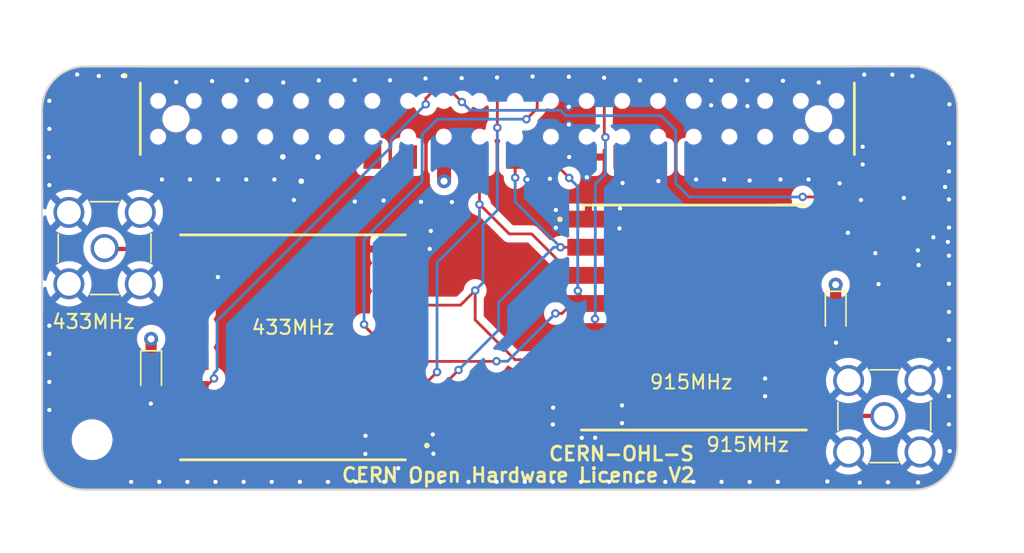
<source format=kicad_pcb>
(kicad_pcb (version 20240108) (generator "pcbnew") (generator_version "8.0")
  (layers (0 "F.Cu" signal) (1 "In1.Cu" signal) (2 "In2.Cu" signal) (31 "B.Cu" signal) (34 "B.Paste" user) (35 "F.Paste" user) (36 "B.SilkS" user "B.Silkscreen") (37 "F.SilkS" user "F.Silkscreen") (38 "B.Mask" user) (39 "F.Mask" user) (44 "Edge.Cuts" user))
  (net 0 "")
  (net 1 "5v2RPi")
  (net 2 "GND")
  (net 3 "ANT433")
  (net 4 "3v3")
  (net 5 "MOSI")
  (net 6 "MISO")
  (net 7 "SLCK")
  (net 8 "CS0")
  (net 9 "RST")
  (net 10 "INTER")
  (net 11 "CS1")
  (net 12 "ANT915")
  (footprint "library-kicad:RFM69HCW" (layer "F.Cu") (at 149.2 96.38 180)
    (property "Reference" "REF**" (hide yes))
    (property "Value" "RFM69HCW")
    (fp_line (start 8 8) (end -8 8) (stroke (width 0.2032)) (layer "F.SilkS"))
    (fp_line (start -8 -8) (end 8 -8) (stroke (width 0.2032)) (layer "F.SilkS"))
    (fp_circle (center -9.525 -6.985) (end -9.425 -6.985) (stroke (width 0.2)) (fill none) (layer "F.SilkS"))
    (pad "" smd rect (at -7.5 -7 180) (size 3 1.2) (layers "F.Cu" "F.Paste" "F.Mask") (net 2 "GND"))
    (pad "" smd rect (at -7.5 -5 180) (size 3 1.2) (layers "F.Cu" "F.Paste" "F.Mask") (net 6 "MISO"))
    (pad "" smd rect (at -7.5 -3 180) (size 3 1.2) (layers "F.Cu" "F.Paste" "F.Mask") (net 5 "MOSI"))
    (pad "" smd rect (at -7.5 -1 180) (size 3 1.2) (layers "F.Cu" "F.Paste" "F.Mask") (net 7 "SLCK"))
    (pad "" smd rect (at -7.5 3 180) (size 3 1.2) (layers "F.Cu" "F.Paste" "F.Mask") (net 9 "RST"))
    (pad "" smd rect (at -7.5 7 180) (size 3 1.2) (layers "F.Cu" "F.Paste" "F.Mask") (net 2 "GND"))
    (pad "" smd rect (at 7.5 -1 180) (size 3 1.2) (layers "F.Cu" "F.Paste" "F.Mask") (net 4 "3v3"))
    (pad "" smd rect (at 7.5 5 180) (size 3 1.2) (layers "F.Cu" "F.Paste" "F.Mask") (net 2 "GND"))
    (pad "" smd rect (at 7.5 7 180) (size 3 1.2) (layers "F.Cu" "F.Paste" "F.Mask") (net 3 "ANT433"))
    (pad "DIO0" smd rect (at 7.5 -3 180) (size 3 1.2) (layers "F.Cu" "F.Paste" "F.Mask") (net 10 "INTER"))
    (pad "DIO1" smd rect (at 7.5 -5 180) (size 3 1.2) (layers "F.Cu" "F.Paste" "F.Mask"))
    (pad "DIO2" smd rect (at 7.5 -7 180) (size 3 1.2) (layers "F.Cu" "F.Paste" "F.Mask"))
    (pad "DIO3" smd rect (at 7.5 3 180) (size 3 1.2) (layers "F.Cu" "F.Paste" "F.Mask"))
    (pad "DIO4" smd rect (at 7.5 1 180) (size 3 1.2) (layers "F.Cu" "F.Paste" "F.Mask"))
    (pad "DIO5" smd rect (at -7.5 5 180) (size 3 1.2) (layers "F.Cu" "F.Paste" "F.Mask"))
    (pad "NSS" smd rect (at -7.5 1 180) (size 3 1.2) (layers "F.Cu" "F.Paste" "F.Mask") (net 8 "CS0"))
  )
  (footprint "Fiducial:Fiducial_1mm_Mask2mm" (layer "F.Cu") (at 133.59 98.75 90)
    (property "Reference" "FID1" (hide yes))
    (property "Value" "Fiducial_1mm_Mask2mm" (hide yes))
    (pad "" smd circle (at 0 0 90) (size 1 1) (layers "F.Cu" "F.Mask") (clearance 0.5))
  )
  (footprint "Fiducial:Fiducial_1mm_Mask2mm" (layer "F.Cu") (at 194.24 78.63 90)
    (property "Reference" "FID4" (hide yes))
    (property "Value" "Fiducial_1mm_Mask2mm" (hide yes))
    (pad "" smd circle (at 0 0 90) (size 1 1) (layers "F.Cu" "F.Mask") (clearance 0.5))
  )
  (footprint "digikey-footprints:RPi_SMD" (layer "F.Cu") (at 163.26 92.155 90)
    (property "Reference" "REF**" (hide yes))
    (property "Value" "RPi_SMD" (hide yes))
    (fp_line (start 14.575 -24.92) (end 9.495 -24.92) (stroke (width 0.2)) (layer "F.SilkS"))
    (fp_line (start 14.575 25.88) (end 9.495 25.88) (stroke (width 0.2)) (layer "F.SilkS"))
    (fp_circle (center 15.1 -26.03) (end 15.1 -26.13) (stroke (width 0.2)) (fill none) (layer "F.SilkS"))
    (fp_line (start 12.705 -31.91) (end -7.855 -31.91) (stroke (width 0.12)) (layer "Edge.Cuts"))
    (fp_line (start -7.855 -31.91) (end -11.295 -31.91) (stroke (width 0.12)) (layer "Edge.Cuts"))
    (fp_line (start 15.765 -28.85) (end 15.765 30.15) (stroke (width 0.12)) (layer "Edge.Cuts"))
    (fp_line (start -14.355 -28.85) (end -14.355 26.46) (stroke (width 0.12)) (layer "Edge.Cuts"))
    (fp_line (start -14.355 26.46) (end -14.355 30.15) (stroke (width 0.12)) (layer "Edge.Cuts"))
    (fp_line (start 12.705 33.21) (end -11.295 33.21) (stroke (width 0.12)) (layer "Edge.Cuts"))
    (fp_arc (start 12.705 -31.91) (mid 14.868747 -31.013747) (end 15.765 -28.85) (stroke (width 0.12)) (layer "Edge.Cuts"))
    (fp_arc (start -14.355 -28.85) (mid -13.458747 -31.013747) (end -11.295 -31.91) (stroke (width 0.12)) (layer "Edge.Cuts"))
    (fp_arc (start 15.765 30.15) (mid 14.868747 32.313747) (end 12.705 33.21) (stroke (width 0.12)) (layer "Edge.Cuts"))
    (fp_arc (start -11.295 33.21) (mid -13.458747 32.313747) (end -14.355 30.15) (stroke (width 0.12)) (layer "Edge.Cuts"))
    (pad "" np_thru_hole circle (at -10.795 -28.35) (size 2.75 2.75) (drill 2.75) (layers "*.Cu" "*.Mask"))
    (pad "" smd rect (at 9.315 -3.33 180) (size 1.27 1.68) (layers "F.Cu" "F.Paste" "F.Mask") (net 4 "3v3"))
    (pad "" smd rect (at 9.315 -0.79 180) (size 1.27 1.68) (layers "F.Cu" "F.Paste" "F.Mask") (net 5 "MOSI"))
    (pad "" smd rect (at 9.315 1.75 180) (size 1.27 1.68) (layers "F.Cu" "F.Paste" "F.Mask") (net 6 "MISO"))
    (pad "" smd rect (at 9.315 4.29 180) (size 1.27 1.68) (layers "F.Cu" "F.Paste" "F.Mask") (net 7 "SLCK"))
    (pad "" np_thru_hole circle (at 10.765 -23.65 180) (size 0.97 0.97) (drill 0.97) (layers "*.Cu" "*.Mask"))
    (pad "" np_thru_hole circle (at 10.765 -21.11 180) (size 0.97 0.97) (drill 0.97) (layers "*.Cu" "*.Mask"))
    (pad "" np_thru_hole circle (at 10.765 -18.57 180) (size 0.97 0.97) (drill 0.97) (layers "*.Cu" "*.Mask"))
    (pad "" np_thru_hole circle (at 10.765 -16.03 180) (size 0.97 0.97) (drill 0.97) (layers "*.Cu" "*.Mask"))
    (pad "" np_thru_hole circle (at 10.765 -13.49 180) (size 0.97 0.97) (drill 0.97) (layers "*.Cu" "*.Mask"))
    (pad "" np_thru_hole circle (at 10.765 -10.95 180) (size 0.97 0.97) (drill 0.97) (layers "*.Cu" "*.Mask"))
    (pad "" np_thru_hole circle (at 10.765 -8.41 180) (size 0.97 0.97) (drill 0.97) (layers "*.Cu" "*.Mask"))
    (pad "" np_thru_hole circle (at 10.765 -5.87 180) (size 0.97 0.97) (drill 0.97) (layers "*.Cu" "*.Mask"))
    (pad "" np_thru_hole circle (at 10.765 -3.33 180) (size 0.97 0.97) (drill 0.97) (layers "*.Cu" "*.Mask"))
    (pad "" np_thru_hole circle (at 10.765 -0.79 180) (size 0.97 0.97) (drill 0.97) (layers "*.Cu" "*.Mask"))
    (pad "" np_thru_hole circle (at 10.765 1.75 180) (size 0.97 0.97) (drill 0.97) (layers "*.Cu" "*.Mask"))
    (pad "" np_thru_hole circle (at 10.765 4.29 180) (size 0.97 0.97) (drill 0.97) (layers "*.Cu" "*.Mask"))
    (pad "" np_thru_hole circle (at 10.765 6.83 180) (size 0.97 0.97) (drill 0.97) (layers "*.Cu" "*.Mask"))
    (pad "" np_thru_hole circle (at 10.765 9.37 180) (size 0.97 0.97) (drill 0.97) (layers "*.Cu" "*.Mask"))
    (pad "" np_thru_hole circle (at 10.765 11.91 180) (size 0.97 0.97) (drill 0.97) (layers "*.Cu" "*.Mask"))
    (pad "" np_thru_hole circle (at 10.765 14.45 180) (size 0.97 0.97) (drill 0.97) (layers "*.Cu" "*.Mask"))
    (pad "" np_thru_hole circle (at 10.765 16.99 180) (size 0.97 0.97) (drill 0.97) (layers "*.Cu" "*.Mask"))
    (pad "" np_thru_hole circle (at 10.765 19.53 180) (size 0.97 0.97) (drill 0.97) (layers "*.Cu" "*.Mask"))
    (pad "" np_thru_hole circle (at 10.765 22.07 180) (size 0.97 0.97) (drill 0.97) (layers "*.Cu" "*.Mask"))
    (pad "" np_thru_hole circle (at 10.765 24.61 180) (size 0.97 0.97) (drill 0.97) (layers "*.Cu" "*.Mask"))
    (pad "" np_thru_hole circle (at 12.035 -22.38 180) (size 1.78 1.78) (drill 1.78) (layers "*.Cu" "*.Mask"))
    (pad "" np_thru_hole circle (at 12.035 23.34 180) (size 1.78 1.78) (drill 1.78) (layers "*.Cu" "*.Mask"))
    (pad "" np_thru_hole circle (at 13.305 -23.65 180) (size 0.97 0.97) (drill 0.97) (layers "*.Cu" "*.Mask"))
    (pad "" np_thru_hole circle (at 13.305 -21.11 180) (size 0.97 0.97) (drill 0.97) (layers "*.Cu" "*.Mask"))
    (pad "" np_thru_hole circle (at 13.305 -18.57 180) (size 0.97 0.97) (drill 0.97) (layers "*.Cu" "*.Mask"))
    (pad "" np_thru_hole circle (at 13.305 -16.03 180) (size 0.97 0.97) (drill 0.97) (layers "*.Cu" "*.Mask"))
    (pad "" np_thru_hole circle (at 13.305 -13.49 180) (size 0.97 0.97) (drill 0.97) (layers "*.Cu" "*.Mask"))
    (pad "" np_thru_hole circle (at 13.305 -10.95 180) (size 0.97 0.97) (drill 0.97) (layers "*.Cu" "*.Mask"))
    (pad "" np_thru_hole circle (at 13.305 -8.41 180) (size 0.97 0.97) (drill 0.97) (layers "*.Cu" "*.Mask"))
    (pad "" np_thru_hole circle (at 13.305 -5.87 180) (size 0.97 0.97) (drill 0.97) (layers "*.Cu" "*.Mask"))
    (pad "" np_thru_hole circle (at 13.305 -3.33 180) (size 0.97 0.97) (drill 0.97) (layers "*.Cu" "*.Mask"))
    (pad "" np_thru_hole circle (at 13.305 -0.79 180) (size 0.97 0.97) (drill 0.97) (layers "*.Cu" "*.Mask"))
    (pad "" np_thru_hole circle (at 13.305 1.75 180) (size 0.97 0.97) (drill 0.97) (layers "*.Cu" "*.Mask"))
    (pad "" np_thru_hole circle (at 13.305 4.29 180) (size 0.97 0.97) (drill 0.97) (layers "*.Cu" "*.Mask"))
    (pad "" np_thru_hole circle (at 13.305 6.83 180) (size 0.97 0.97) (drill 0.97) (layers "*.Cu" "*.Mask"))
    (pad "" np_thru_hole circle (at 13.305 9.37 180) (size 0.97 0.97) (drill 0.97) (layers "*.Cu" "*.Mask"))
    (pad "" np_thru_hole circle (at 13.305 11.91 180) (size 0.97 0.97) (drill 0.97) (layers "*.Cu" "*.Mask"))
    (pad "" np_thru_hole circle (at 13.305 14.45 180) (size 0.97 0.97) (drill 0.97) (layers "*.Cu" "*.Mask"))
    (pad "" np_thru_hole circle (at 13.305 16.99 180) (size 0.97 0.97) (drill 0.97) (layers "*.Cu" "*.Mask"))
    (pad "" np_thru_hole circle (at 13.305 19.53 180) (size 0.97 0.97) (drill 0.97) (layers "*.Cu" "*.Mask"))
    (pad "" np_thru_hole circle (at 13.305 22.07 180) (size 0.97 0.97) (drill 0.97) (layers "*.Cu" "*.Mask"))
    (pad "" np_thru_hole circle (at 13.305 24.61 180) (size 0.97 0.97) (drill 0.97) (layers "*.Cu" "*.Mask"))
    (pad "01" smd rect (at 14.755 -23.65 180) (size 1.27 1.68) (layers "F.Cu" "F.Paste" "F.Mask") (net 1 "5v2RPi"))
    (pad "03" smd rect (at 14.755 -21.11 180) (size 1.27 1.68) (layers "F.Cu" "F.Paste" "F.Mask") (net 1 "5v2RPi"))
    (pad "3v3" smd rect (at 9.315 -23.65 180) (size 1.27 1.68) (layers "F.Cu" "F.Paste" "F.Mask"))
    (pad "04" smd rect (at 9.315 -21.11 180) (size 1.27 1.68) (layers "F.Cu" "F.Paste" "F.Mask"))
    (pad "06" smd rect (at 9.315 -18.57 180) (size 1.27 1.68) (layers "F.Cu" "F.Paste" "F.Mask"))
    (pad "07" smd rect (at 14.755 -16.03 180) (size 1.27 1.68) (layers "F.Cu" "F.Paste" "F.Mask"))
    (pad "08" smd rect (at 9.315 -16.03 180) (size 1.27 1.68) (layers "F.Cu" "F.Paste" "F.Mask"))
    (pad "09" smd rect (at 14.755 -13.49 180) (size 1.27 1.68) (layers "F.Cu" "F.Paste" "F.Mask"))
    (pad "11" smd rect (at 14.755 -10.95 180) (size 1.27 1.68) (layers "F.Cu" "F.Paste" "F.Mask"))
    (pad "14" smd rect (at 9.315 -8.41 180) (size 1.27 1.68) (layers "F.Cu" "F.Paste" "F.Mask"))
    (pad "15" smd rect (at 14.755 -5.87 180) (size 1.27 1.68) (layers "F.Cu" "F.Paste" "F.Mask"))
    (pad "16" smd rect (at 9.315 -5.87 180) (size 1.27 1.68) (layers "F.Cu" "F.Paste" "F.Mask"))
    (pad "24" smd rect (at 14.755 -3.33 180) (size 1.27 1.68) (layers "F.Cu" "F.Paste" "F.Mask") (net 10 "INTER"))
    (pad "25" smd rect (at 14.755 6.83 180) (size 1.27 1.68) (layers "F.Cu" "F.Paste" "F.Mask") (net 11 "CS1"))
    (pad "27" smd rect (at 14.755 9.37 180) (size 1.27 1.68) (layers "F.Cu" "F.Paste" "F.Mask"))
    (pad "28" smd rect (at 9.315 9.37 180) (size 1.27 1.68) (layers "F.Cu" "F.Paste" "F.Mask"))
    (pad "30" smd rect (at 9.315 11.91 180) (size 1.27 1.68) (layers "F.Cu" "F.Paste" "F.Mask"))
    (pad "31" smd rect (at 14.755 14.45 180) (size 1.27 1.68) (layers "F.Cu" "F.Paste" "F.Mask"))
    (pad "32" smd rect (at 9.315 14.45 180) (size 1.27 1.68) (layers "F.Cu" "F.Paste" "F.Mask"))
    (pad "34" smd rect (at 9.315 16.99 180) (size 1.27 1.68) (layers "F.Cu" "F.Paste" "F.Mask"))
    (pad "35" smd rect (at 14.755 19.53 180) (size 1.27 1.68) (layers "F.Cu" "F.Paste" "F.Mask"))
    (pad "36" smd rect (at 9.315 19.53 180) (size 1.27 1.68) (layers "F.Cu" "F.Paste" "F.Mask"))
    (pad "37" smd rect (at 14.755 22.07 180) (size 1.27 1.68) (layers "F.Cu" "F.Paste" "F.Mask"))
    (pad "38" smd rect (at 9.315 22.07 180) (size 1.27 1.68) (layers "F.Cu" "F.Paste" "F.Mask"))
    (pad "39" smd rect (at 14.755 24.61 180) (size 1.27 1.68) (layers "F.Cu" "F.Paste" "F.Mask"))
    (pad "GND" smd rect (at 9.315 -13.49 180) (size 1.27 1.68) (layers "F.Cu" "F.Paste" "F.Mask") (net 2 "GND"))
    (pad "GND" smd rect (at 9.315 6.83 180) (size 1.27 1.68) (layers "F.Cu" "F.Paste" "F.Mask") (net 2 "GND"))
    (pad "GND" smd rect (at 9.315 24.61 180) (size 1.27 1.68) (layers "F.Cu" "F.Paste" "F.Mask") (net 2 "GND"))
    (pad "GND" smd rect (at 14.755 -18.57 180) (size 1.27 1.68) (layers "F.Cu" "F.Paste" "F.Mask") (net 2 "GND"))
    (pad "GND" smd rect (at 14.755 -8.41 180) (size 1.27 1.68) (layers "F.Cu" "F.Paste" "F.Mask") (net 2 "GND"))
    (pad "GND" smd rect (at 14.755 -0.79 180) (size 1.27 1.68) (layers "F.Cu" "F.Paste" "F.Mask") (net 2 "GND"))
    (pad "GND" smd rect (at 14.755 11.91 180) (size 1.27 1.68) (layers "F.Cu" "F.Paste" "F.Mask") (net 2 "GND"))
    (pad "GND" smd rect (at 14.755 16.99 180) (size 1.27 1.68) (layers "F.Cu" "F.Paste" "F.Mask") (net 2 "GND"))
    (pad "GPIO8" smd rect (at 14.755 4.29 180) (size 1.27 1.68) (layers "F.Cu" "F.Paste" "F.Mask") (net 8 "CS0"))
    (pad "GPIO17" smd rect (at 9.315 -10.95 180) (size 1.27 1.68) (layers "F.Cu" "F.Paste" "F.Mask"))
    (pad "GPIO25" smd rect (at 14.755 1.75 180) (size 1.27 1.68) (layers "F.Cu" "F.Paste" "F.Mask") (net 9 "RST"))
  )
  (footprint "Fiducial:Fiducial_1mm_Mask2mm" (layer "F.Cu") (at 133.4 78.53 90)
    (property "Reference" "FID2" (hide yes))
    (property "Value" "Fiducial_1mm_Mask2mm" (hide yes))
    (pad "" smd circle (at 0 0 90) (size 1 1) (layers "F.Cu" "F.Mask") (clearance 0.5))
  )
  (footprint "Connectors:SMA_THT_Jack_Straight" (layer "F.Cu") (at 135.8 89.32)
    (property "Reference" "REF**" (hide yes))
    (property "Value" "SMA_THT_Jack_Straight" (hide yes))
    (fp_line (start -3.3 -1) (end -3.3 1) (stroke (width 0.12)) (layer "F.SilkS"))
    (fp_line (start -1 -3.3) (end 1 -3.3) (stroke (width 0.12)) (layer "F.SilkS"))
    (fp_line (start -1 3.3) (end 1 3.3) (stroke (width 0.12)) (layer "F.SilkS"))
    (fp_line (start 3.3 -1) (end 3.3 1) (stroke (width 0.12)) (layer "F.SilkS"))
    (pad "" thru_hole circle (at 0 0) (size 2 2) (drill 1.5) (layers "*.Cu" "*.Mask") (net 3 "ANT433"))
    (pad "" thru_hole circle (at 2.54 2.54) (size 2.2 2.2) (drill 1.7) (layers "*.Cu" "*.Mask") (net 2 "GND"))
    (pad "2" thru_hole circle (at -2.54 -2.54) (size 2.2 2.2) (drill 1.7) (layers "*.Cu" "*.Mask") (net 2 "GND"))
    (pad "2" thru_hole circle (at -2.54 2.54) (size 2.2 2.2) (drill 1.7) (layers "*.Cu" "*.Mask") (net 2 "GND"))
    (pad "2" thru_hole circle (at 2.54 -2.54) (size 2.2 2.2) (drill 1.7) (layers "*.Cu" "*.Mask") (net 2 "GND"))
  )
  (footprint "LOGO" (layer "F.Cu") (at 192.66 89.29)
    (property "Reference" "G***" (hide yes))
    (property "Value" "LOGO" (hide yes))
  )
  (footprint "Fiducial:Fiducial_1mm_Mask2mm" (layer "F.Cu") (at 185.61 104.94 90)
    (property "Reference" "FID5" (hide yes))
    (property "Value" "Fiducial_1mm_Mask2mm" (hide yes))
    (pad "" smd circle (at 0 0 90) (size 1 1) (layers "F.Cu" "F.Mask") (clearance 0.5))
  )
  (footprint "library-kicad:RFM69HCW" (layer "F.Cu") (at 177.72 94.26)
    (property "Reference" "REF**" (hide yes))
    (property "Value" "RFM69HCW")
    (fp_line (start -8 -8) (end 8 -8) (stroke (width 0.2032)) (layer "F.SilkS"))
    (fp_line (start 8 8) (end -8 8) (stroke (width 0.2032)) (layer "F.SilkS"))
    (fp_circle (center -9.525 -6.985) (end -9.425 -6.985) (stroke (width 0.2)) (fill none) (layer "F.SilkS"))
    (pad "" smd rect (at -7.5 -7) (size 3 1.2) (layers "F.Cu" "F.Paste" "F.Mask") (net 2 "GND"))
    (pad "" smd rect (at -7.5 -5) (size 3 1.2) (layers "F.Cu" "F.Paste" "F.Mask") (net 6 "MISO"))
    (pad "" smd rect (at -7.5 -3) (size 3 1.2) (layers "F.Cu" "F.Paste" "F.Mask") (net 5 "MOSI"))
    (pad "" smd rect (at -7.5 -1) (size 3 1.2) (layers "F.Cu" "F.Paste" "F.Mask") (net 7 "SLCK"))
    (pad "" smd rect (at -7.5 3) (size 3 1.2) (layers "F.Cu" "F.Paste" "F.Mask") (net 9 "RST"))
    (pad "" smd rect (at -7.5 7) (size 3 1.2) (layers "F.Cu" "F.Paste" "F.Mask") (net 2 "GND"))
    (pad "" smd rect (at 7.5 -1) (size 3 1.2) (layers "F.Cu" "F.Paste" "F.Mask") (net 4 "3v3"))
    (pad "" smd rect (at 7.5 5) (size 3 1.2) (layers "F.Cu" "F.Paste" "F.Mask") (net 2 "GND"))
    (pad "" smd rect (at 7.5 7) (size 3 1.2) (layers "F.Cu" "F.Paste" "F.Mask") (net 12 "ANT915"))
    (pad "DIO0" smd rect (at 7.5 -3) (size 3 1.2) (layers "F.Cu" "F.Paste" "F.Mask") (net 10 "INTER"))
    (pad "DIO1" smd rect (at 7.5 -5) (size 3 1.2) (layers "F.Cu" "F.Paste" "F.Mask"))
    (pad "DIO2" smd rect (at 7.5 -7) (size 3 1.2) (layers "F.Cu" "F.Paste" "F.Mask"))
    (pad "DIO3" smd rect (at 7.5 3) (size 3 1.2) (layers "F.Cu" "F.Paste" "F.Mask"))
    (pad "DIO4" smd rect (at 7.5 1) (size 3 1.2) (layers "F.Cu" "F.Paste" "F.Mask"))
    (pad "DIO5" smd rect (at -7.5 5) (size 3 1.2) (layers "F.Cu" "F.Paste" "F.Mask"))
    (pad "NSS" smd rect (at -7.5 1) (size 3 1.2) (layers "F.Cu" "F.Paste" "F.Mask") (net 11 "CS1"))
  )
  (footprint "Connectors:SMA_THT_Jack_Straight" (layer "F.Cu") (at 191.27 101.28 180)
    (property "Reference" "REF**" (hide yes))
    (property "Value" "SMA_THT_Jack_Straight" (hide yes))
    (fp_line (start 3.3 -1) (end 3.3 1) (stroke (width 0.12)) (layer "F.SilkS"))
    (fp_line (start -1 3.3) (end 1 3.3) (stroke (width 0.12)) (layer "F.SilkS"))
    (fp_line (start -1 -3.3) (end 1 -3.3) (stroke (width 0.12)) (layer "F.SilkS"))
    (fp_line (start -3.3 -1) (end -3.3 1) (stroke (width 0.12)) (layer "F.SilkS"))
    (pad "" thru_hole circle (at 0 0 180) (size 2 2) (drill 1.5) (layers "*.Cu" "*.Mask") (net 12 "ANT915"))
    (pad "" thru_hole circle (at 2.54 2.54 180) (size 2.2 2.2) (drill 1.7) (layers "*.Cu" "*.Mask") (net 2 "GND"))
    (pad "2" thru_hole circle (at -2.54 -2.54 180) (size 2.2 2.2) (drill 1.7) (layers "*.Cu" "*.Mask") (net 2 "GND"))
    (pad "2" thru_hole circle (at -2.54 2.54 180) (size 2.2 2.2) (drill 1.7) (layers "*.Cu" "*.Mask") (net 2 "GND"))
    (pad "2" thru_hole circle (at 2.54 -2.54 180) (size 2.2 2.2) (drill 1.7) (layers "*.Cu" "*.Mask") (net 2 "GND"))
  )
  (footprint "LED_SMD:LED_0603_1608Metric_Pad1.05x0.95mm_HandSolder" (layer "F.Cu") (at 187.81 94.0525 -90)
    (property "Reference" "D1" (hide yes))
    (property "Value" "" (hide yes))
    (fp_line (start -1.66 0.735) (end 0.8 0.735) (stroke (width 0.12)) (layer "F.SilkS"))
    (fp_line (start -1.66 -0.735) (end -1.66 0.735) (stroke (width 0.12)) (layer "F.SilkS"))
    (fp_line (start 0.8 -0.735) (end -1.66 -0.735) (stroke (width 0.12)) (layer "F.SilkS"))
    (pad "" smd roundrect (at 0.875 0 270) (size 1.05 0.95) (layers "F.Cu" "F.Paste" "F.Mask") (net 2 "GND"))
    (pad "1" smd roundrect (at -0.875 0 270) (size 1.05 0.95) (layers "F.Cu" "F.Paste" "F.Mask") (net 4 "3v3"))
  )
  (footprint "LED_SMD:LED_0603_1608Metric_Pad1.05x0.95mm_HandSolder" (layer "F.Cu") (at 139.11 98.285 -90)
    (property "Reference" "D1" (hide yes))
    (property "Value" "" (hide yes))
    (fp_line (start -1.66 0.735) (end 0.8 0.735) (stroke (width 0.12)) (layer "F.SilkS"))
    (fp_line (start -1.66 -0.735) (end -1.66 0.735) (stroke (width 0.12)) (layer "F.SilkS"))
    (fp_line (start 0.8 -0.735) (end -1.66 -0.735) (stroke (width 0.12)) (layer "F.SilkS"))
    (pad "" smd roundrect (at 0.875 0 270) (size 1.05 0.95) (layers "F.Cu" "F.Paste" "F.Mask") (net 2 "GND"))
    (pad "1" smd roundrect (at -0.875 0 270) (size 1.05 0.95) (layers "F.Cu" "F.Paste" "F.Mask") (net 4 "3v3"))
  )
  (gr_text "CERN Open Hardware Licence V2" (at 152.57 106.06 0) (layer "F.SilkS") (effects (font (size 1 1) (thickness 0.2) (bold yes)) (justify left bottom)))
  (gr_text "CERN-OHL-S" (at 167.3 104.54 0) (layer "F.SilkS") (effects (font (size 1 1) (thickness 0.2) (bold yes)) (justify left bottom)))
  (gr_text "915MHz" (at 177.53 98.85 0) (layer "F.SilkS") (effects (font (size 1.003244 1.003244))))
  (gr_text "433MHz" (at 149.21 94.96 0) (layer "F.SilkS") (effects (font (size 1.003244 1.003244))))
  (gr_text "433MHz" (at 135.01 94.55 0) (layer "F.SilkS") (effects (font (size 1.003244 1.003244))))
  (gr_text "915MHz" (at 181.55 103.3 0) (layer "F.SilkS") (effects (font (size 1.003244 1.003244))))
  (segment (start 143.45 77.44) (end 143.49 77.4) (width 0.2) (layer "F.Cu") (net 2))
  (segment (start 185.22 99.26) (end 183.45 99.26) (width 0.2) (layer "F.Cu") (net 2))
  (segment (start 170.22 87.26) (end 168.7 87.26) (width 0.2) (layer "F.Cu") (net 2))
  (segment (start 193.15 99.26) (end 193.69 98.72) (width 0.3) (layer "F.Cu") (net 2))
  (segment (start 139.11 99.16) (end 139.11 100.365) (width 0.4) (layer "F.Cu") (net 2))
  (segment (start 187.83 96.05) (end 187.83 94.9475) (width 0.2) (layer "F.Cu") (net 2))
  (segment (start 158.93 89.38) (end 156.7 89.38) (width 0.6) (layer "F.Cu") (net 2))
  (segment (start 143.86 91.38) (end 141.7 91.38) (width 0.5) (layer "F.Cu") (net 2))
  (segment (start 187.87 83.025) (end 187.87 83.28) (width 0.6) (layer "F.Cu") (net 2))
  (segment (start 183.45 99.26) (end 182.79 98.6) (width 0.2) (layer "F.Cu") (net 2))
  (segment (start 187.83 94.9475) (end 187.81 94.9275) (width 0.2) (layer "F.Cu") (net 2))
  (segment (start 133.77 91.38) (end 133.23 91.92) (width 0.3) (layer "F.Cu") (net 2))
  (segment (start 162.27 77.6) (end 162.19 77.52) (width 0.2) (layer "F.Cu") (net 2))
  (segment (start 187.87 83.3) (end 187.87 83.025) (width 0.6) (layer "F.Cu") (net 2))
  (via (at 139.69 105.95) (size 0.6) (drill 0.3) (layers "F.Cu" "B.Cu") (net 2))
  (via (at 155.65 85.94) (size 0.6) (drill 0.3) (layers "F.Cu" "B.Cu") (net 2))
  (via (at 187.22 105.92) (size 0.6) (drill 0.3) (layers "F.Cu" "B.Cu") (net 2))
  (via (at 172.61 101.77) (size 0.6) (drill 0.3) (layers "F.Cu" "B.Cu") (net 2))
  (via (at 195.87 99.86) (size 0.6) (drill 0.3) (layers "F.Cu" "B.Cu") (net 2))
  (via (at 184.06 77.42) (size 0.6) (drill 0.3) (layers "F.Cu" "B.Cu") (net 2))
  (via (at 153.69 105.95) (size 0.6) (drill 0.3) (layers "F.Cu" "B.Cu") (net 2))
  (via (at 149.79 84.56) (size 0.8) (drill 0.4) (layers "F.Cu" "B.Cu") (net 2))
  (via (at 145.92 77.39) (size 0.6) (drill 0.3) (layers "F.Cu" "B.Cu") (net 2))
  (via (at 169.75 102.82) (size 0.6) (drill 0.3) (layers "F.Cu" "B.Cu") (net 2))
  (via (at 183.69 105.95) (size 0.6) (drill 0.3) (layers "F.Cu" "B.Cu") (net 2))
  (via (at 192.66 85.75) (size 0.6) (drill 0.3) (layers "F.Cu" "B.Cu") (net 2))
  (via (at 148.51 77.54) (size 0.6) (drill 0.3) (layers "F.Cu" "B.Cu") (net 2))
  (via (at 195.87 83.86) (size 0.6) (drill 0.3) (layers "F.Cu" "B.Cu") (net 2))
  (via (at 153.6 86.01) (size 0.6) (drill 0.3) (layers "F.Cu" "B.Cu") (net 2))
  (via (at 193.66 89.48) (size 0.6) (drill 0.3) (layers "F.Cu" "B.Cu") (net 2))
  (via (at 193.67 105.99) (size 0.6) (drill 0.3) (layers "F.Cu" "B.Cu") (net 2))
  (via (at 143.88 84.44) (size 0.6) (drill 0.3) (layers "F.Cu" "B.Cu") (net 2))
  (via (at 161.689999 105.95) (size 0.6) (drill 0.3) (layers "F.Cu" "B.Cu") (net 2))
  (via (at 159.19 103.95) (size 0.6) (drill 0.3) (layers "F.Cu" "B.Cu") (net 2))
  (via (at 181.52 77.39) (size 0.6) (drill 0.3) (layers "F.Cu" "B.Cu") (net 2))
  (via (at 168.85 82.84) (size 0.6) (drill 0.3) (layers "F.Cu" "B.Cu") (net 2))
  (via (at 143.69 105.95) (size 0.6) (drill 0.3) (layers "F.Cu" "B.Cu") (net 2))
  (via (at 145.69 105.95) (size 0.6) (drill 0.3) (layers "F.Cu" "B.Cu") (net 2))
  (via (at 170.11 84.28) (size 0.6) (drill 0.3) (layers "F.Cu" "B.Cu") (net 2))
  (via (at 141.88 84.44) (size 0.6) (drill 0.3) (layers "F.Cu" "B.Cu") (net 2))
  (via (at 131.87 80.84) (size 0.6) (drill 0.3) (layers "F.Cu" "B.Cu") (net 2))
  (via (at 195.87 89.86) (size 0.6) (drill 0.3) (layers "F.Cu" "B.Cu") (net 2))
  (via (at 177.69 105.95) (size 0.6) (drill 0.3) (layers "F.Cu" "B.Cu") (net 2))
  (via (at 139.09 100.385) (size 0.6) (drill 0.3) (layers "F.Cu" "B.Cu") (net 2))
  (via (at 189.52 106) (size 0.6) (drill 0.3) (layers "F.Cu" "B.Cu") (net 2))
  (via (at 190.86 91.88) (size 0.6) (drill 0.3) (layers "F.Cu" "B.Cu") (net 2))
  (via (at 170.7 102.81) (size 0.6) (drill 0.3) (layers "F.Cu" "B.Cu") (net 2))
  (via (at 195.87 97.86) (size 0.6) (drill 0.3) (layers "F.Cu" "B.Cu") (net 2))
  (via (at 137.100001 77.07) (size 0.6) (drill 0.3) (layers "F.Cu" "B.Cu") (net 2))
  (via (at 147.69 105.95) (size 0.6) (drill 0.3) (layers "F.Cu" "B.Cu") (net 2))
  (via (at 177.88 84.44) (size 0.6) (drill 0.3) (layers "F.Cu" "B.Cu") (net 2))
  (via (at 171.34 77.2) (size 0.6) (drill 0.3) (layers "F.Cu" "B.Cu") (net 2))
  (via (at 167.69 105.95) (size 0.6) (drill 0.3) (layers "F.Cu" "B.Cu") (net 2))
  (via (at 167.48 84.39) (size 0.6) (drill 0.3) (layers "F.Cu" "B.Cu") (net 2))
  (via (at 157.69 105.95) (size 0.6) (drill 0.3) (layers "F.Cu" "B.Cu") (net 2))
  (via (at 151.69 105.95) (size 0.6) (drill 0.3) (layers "F.Cu" "B.Cu") (net 2))
  (via (at 188.09 84.71) (size 0.6) (drill 0.3) (layers "F.Cu" "B.Cu") (net 2))
  (via (at 169.69 105.95) (size 0.6) (drill 0.3) (layers "F.Cu" "B.Cu") (net 2))
  (via (at 195.87 91.86) (size 0.6) (drill 0.3) (layers "F.Cu" "B.Cu") (net 2))
  (via (at 181.53 79.22) (size 0.6) (drill 0.3) (layers "F.Cu" "B.Cu") (net 2))
  (via (at 172.43 87.92) (size 0.6) (drill 0.3) (layers "F.Cu" "B.Cu") (net 2))
  (via (at 163.69 105.95) (size 0.6) (drill 0.3) (layers "F.Cu" "B.Cu") (net 2))
  (via (at 194.76 88.55) (size 0.6) (drill 0.3) (layers "F.Cu" "B.Cu") (net 2))
  (via (at 172.65 84.69) (size 0.6) (drill 0.3) (layers "F.Cu" "B.Cu") (net 2))
  (via (at 187.83 96.05) (size 0.6) (drill 0.3) (layers "F.Cu" "B.Cu") (net 2))
  (via (at 195.87 93.859999) (size 0.6) (drill 0.3) (layers "F.Cu" "B.Cu") (net 2))
  (via (at 193.71 90.53) (size 0.6) (drill 0.3) (layers "F.Cu" "B.Cu") (net 2))
  (via (at 172.61 100.51) (size 0.6) (drill 0.3) (layers "F.Cu" "B.Cu") (net 2))
  (via (at 158.31 86.03) (size 0.6) (drill 0.3) (layers "F.Cu" "B.Cu") (net 2))
  (via (at 165.88 84.44) (size 0.6) (drill 0.3) (layers "F.Cu" "B.Cu") (net 2))
  (via (at 141.69 105.95) (size 0.6) (drill 0.3) (layers "F.Cu" "B.Cu") (net 2))
  (via (at 153.6 77.37) (size 0.6) (drill 0.3) (layers "F.Cu" "B.Cu") (net 2))
  (via (at 131.87 84.84) (size 0.6) (drill 0.3) (layers "F.Cu" "B.Cu") (net 2))
  (via (at 195.87 95.86) (size 0.6) (drill 0.3) (layers "F.Cu" "B.Cu") (net 2))
  (via (at 163.72 77.18) (size 0.6) (drill 0.3) (layers "F.Cu" "B.Cu") (net 2))
  (via (at 172.47 86.5) (size 0.6) (drill 0.3) (layers "F.Cu" "B.Cu") (net 2))
  (via (at 195.59 84.97) (size 0.6) (drill 0.3) (layers "F.Cu" "B.Cu") (net 2))
  (via (at 131.87 96.84) (size 0.6) (drill 0.3) (layers "F.Cu" "B.Cu") (net 2))
  (via (at 195.87 85.86) (size 0.6) (drill 0.3) (layers "F.Cu" "B.Cu") (net 2))
  (via (at 149.27 85.9) (size 0.6) (drill 0.3) (layers "F.Cu" "B.Cu") (net 2))
  (via (at 195.87 87.86) (size 0.6) (drill 0.3) (layers "F.Cu" "B.Cu") (net 2))
  (via (at 150.98 82.84) (size 0.8) (drill 0.4) (layers "F.Cu" "B.Cu") (net 2))
  (via (at 166.25 77.11) (size 0.6) (drill 0.3) (layers "F.Cu" "B.Cu") (net 2))
  (via (at 188.68 88.23) (size 0.6) (drill 0.3) (layers "F.Cu" "B.Cu") (net 2))
  (via (at 131.87 78.839999) (size 0.6) (drill 0.3) (layers "F.Cu" "B.Cu") (net 2))
  (via (at 167.9 87.87) (size 0.6) (drill 0.3) (layers "F.Cu" "B.Cu") (net 2))
  (via (at 165.69 105.95) (size 0.6) (drill 0.3) (layers "F.Cu" "B.Cu") (net 2))
  (via (at 158.93 89.38) (size 0.6) (drill 0.3) (layers "F.Cu" "B.Cu") (net 2))
  (via (at 182.79 98.6) (size 0.6) (drill 0.3) (layers "F.Cu" "B.Cu") (net 2))
  (via (at 179.88 84.44) (size 0.6) (drill 0.3) (layers "F.Cu" "B.Cu") (net 2))
  (via (at 154.36 102.67) (size 0.6) (drill 0.3) (layers "F.Cu" "B.Cu") (net 2))
  (via (at 181.69 84.51) (size 0.6) (drill 0.3) (layers "F.Cu" "B.Cu") (net 2))
  (via (at 179.69 105.95) (size 0.6) (drill 0.3) (layers "F.Cu" "B.Cu") (net 2))
  (via (at 133.85 76.97) (size 0.6) (drill 0.3) (layers "F.Cu" "B.Cu") (net 2))
  (via (at 155.69 105.95) (size 0.6) (drill 0.3) (layers "F.Cu" "B.Cu") (net 2))
  (via (at 195.9 79.09) (size 0.6) (drill 0.3) (layers "F.Cu" "B.Cu") (net 2))
  (via (at 151.04 77.39) (size 0.6) (drill 0.3) (layers "F.Cu" "B.Cu") (net 2))
  (via (at 143.45 77.44) (size 0.6) (drill 0.3) (layers "F.Cu" "B.Cu") (net 2))
  (via (at 186.61 77.54) (size 0.6) (drill 0.3) (layers "F.Cu" "B.Cu") (net 2))
  (via (at 149.689999 105.95) (size 0.6) (drill 0.3) (layers "F.Cu" "B.Cu") (net 2))
  (via (at 168.83 80.53) (size 0.6) (drill 0.3) (layers "F.Cu" "B.Cu") (net 2))
  (via (at 178.95 77.39) (size 0.6) (drill 0.3) (layers "F.Cu" "B.Cu") (net 2))
  (via (at 190.63 89.68) (size 0.6) (drill 0.3) (layers "F.Cu" "B.Cu") (net 2))
  (via (at 195.87 81.859999) (size 0.6) (drill 0.3) (layers "F.Cu" "B.Cu") (net 2))
  (via (at 140.89 77.51) (size 0.6) (drill 0.3) (layers "F.Cu" "B.Cu") (net 2))
  (via (at 189.73 83.37) (size 0.6) (drill 0.3) (layers "F.Cu" "B.Cu") (net 2))
  (via (at 195.87 101.86) (size 0.6) (drill 0.3) (layers "F.Cu" "B.Cu") (net 2))
  (via (at 148.48 82.83) (size 0.8) (drill 0.4) (layers "F.Cu" "B.Cu") (net 2))
  (via (at 131.87 94.84) (size 0.6) (drill 0.3) (layers "F.Cu" "B.Cu") (net 2))
  (via (at 137.689999 105.95) (size 0.6) (drill 0.3) (layers "F.Cu" "B.Cu") (net 2))
  (via (at 175.69 105.95) (size 0.6) (drill 0.3) (layers "F.Cu" "B.Cu") (net 2))
  (via (at 193.26 77.08) (size 0.6) (drill 0.3) (layers "F.Cu" "B.Cu") (net 2))
  (via (at 143.86 91.38) (size 0.6) (drill 0.3) (layers "F.Cu" "B.Cu") (net 2))
  (via (at 167.69 101.87) (size 0.6) (drill 0.3) (layers "F.Cu" "B.Cu") (net 2))
  (via (at 189.73 82.11) (size 0.6) (drill 0.3) (layers "F.Cu" "B.Cu") (net 2))
  (via (at 135.39 77.08) (size 0.6) (drill 0.3) (layers "F.Cu" "B.Cu") (net 2))
  (via (at 131.87 98.84) (size 0.6) (drill 0.3) (layers "F.Cu" "B.Cu") (net 2))
  (via (at 154.35 103.96) (size 0.6) (drill 0.3) (layers "F.Cu" "B.Cu") (net 2))
  (via (at 167.71 100.67) (size 0.6) (drill 0.3) (layers "F.Cu" "B.Cu") (net 2))
  (via (at 158.63 77.25) (size 0.6) (drill 0.3) (layers "F.Cu" "B.Cu") (net 2))
  (via (at 156.69 104.98) (size 0.6) (drill 0.3) (layers "F.Cu" "B.Cu") (net 2))
  (via (at 181.69 105.95) (size 0.6) (drill 0.3) (layers "F.Cu" "B.Cu") (net 2))
  (via (at 175.2 84.55) (size 0.6) (drill 0.3) (layers "F.Cu" "B.Cu") (net 2))
  (via (at 131.83 82.85) (size 0.6) (drill 0.3) (layers "F.Cu" "B.Cu") (net 2))
  (via (at 168.83 77.13) (size 0.6) (drill 0.3) (layers "F.Cu" "B.Cu") (net 2))
  (via (at 176.42 77.38) (size 0.6) (drill 0.3) (layers "F.Cu" "B.Cu") (net 2))
  (via (at 161.2 77.23) (size 0.6) (drill 0.3) (layers "F.Cu" "B.Cu") (net 2))
  (via (at 191.53 105.98) (size 0.6) (drill 0.3) (layers "F.Cu" "B.Cu") (net 2))
  (via (at 195.79 88.88) (size 0.6) (drill 0.3) (layers "F.Cu" "B.Cu") (net 2))
  (via (at 182.79 99.86) (size 0.6) (drill 0.3) (layers "F.Cu" "B.Cu") (net 2))
  (via (at 191.840001 76.98) (size 0.6) (drill 0.3) (layers "F.Cu" "B.Cu") (net 2))
  (via (at 168.83 79.27) (size 0.6) (drill 0.3) (layers "F.Cu" "B.Cu") (net 2))
  (via (at 195.92 103.76) (size 0.6) (drill 0.3) (layers "F.Cu" "B.Cu") (net 2))
  (via (at 160.51 86.05) (size 0.6) (drill 0.3) (layers "F.Cu" "B.Cu") (net 2))
  (via (at 167.9 86.61) (size 0.6) (drill 0.3) (layers "F.Cu" "B.Cu") (net 2))
  (via (at 147.88 84.44) (size 0.6) (drill 0.3) (layers "F.Cu" "B.Cu") (net 2))
  (via (at 189.61 85.9) (size 0.6) (drill 0.3) (layers "F.Cu" "B.Cu") (net 2))
  (via (at 145.88 84.44) (size 0.6) (drill 0.3) (layers "F.Cu" "B.Cu") (net 2))
  (via (at 189.84 76.98) (size 0.6) (drill 0.3) (layers "F.Cu" "B.Cu") (net 2))
  (via (at 185.88 84.44) (size 0.6) (drill 0.3) (layers "F.Cu" "B.Cu") (net 2))
  (via (at 159.01 88.1) (size 0.6) (drill 0.3) (layers "F.Cu" "B.Cu") (net 2))
  (via (at 156.11 77.38) (size 0.6) (drill 0.3) (layers "F.Cu" "B.Cu") (net 2))
  (via (at 131.87 100.84) (size 0.6) (drill 0.3) (layers "F.Cu" "B.Cu") (net 2))
  (via (at 159.15 102.58) (size 0.6) (drill 0.3) (layers "F.Cu" "B.Cu") (net 2))
  (via (at 173.689999 105.95) (size 0.6) (drill 0.3) (layers "F.Cu" "B.Cu") (net 2))
  (via (at 178.95 79.16) (size 0.6) (drill 0.3) (layers "F.Cu" "B.Cu") (net 2))
  (via (at 159.69 105.95) (size 0.6) (drill 0.3) (layers "F.Cu" "B.Cu") (net 2))
  (via (at 173.88 77.39) (size 0.6) (drill 0.3) (layers "F.Cu" "B.Cu") (net 2))
  (via (at 139.879999 84.44) (size 0.6) (drill 0.3) (layers "F.Cu" "B.Cu") (net 2))
  (via (at 183.88 84.44) (size 0.6) (drill 0.3) (layers "F.Cu" "B.Cu") (net 2))
  (via (at 171.69 105.95) (size 0.6) (drill 0.3) (layers "F.Cu" "B.Cu") (net 2))
  (segment (start 135.67 89.38) (end 135.65 89.36) (width 0.2) (layer "F.Cu") (net 3))
  (segment (start 141.7 89.38) (end 135.67 89.38) (width 0.3) (layer "F.Cu") (net 3))
  (segment (start 139.11 95.78) (end 139.11 97.455) (width 0.8) (layer "F.Cu") (net 4))
  (segment (start 187.81 93.1775) (end 187.81 91.92) (width 0.8) (layer "F.Cu") (net 4))
  (segment (start 139.11 97.455) (end 139.12 97.465) (width 0.8) (layer "F.Cu") (net 4))
  (segment (start 185.22 93.26) (end 187.715 93.26) (width 0.8) (layer "F.Cu") (net 4))
  (segment (start 159.95 84.56) (end 159.95 82.86) (width 1) (layer "F.Cu") (net 4))
  (segment (start 187.715 93.26) (end 187.79 93.185) (width 0.2) (layer "F.Cu") (net 4))
  (segment (start 159.95 82.86) (end 159.93 82.84) (width 0.2) (layer "F.Cu") (net 4))
  (segment (start 141.7 97.38) (end 139.205 97.38) (width 0.8) (layer "F.Cu") (net 4))
  (segment (start 139.12 97.465) (end 139.205 97.38) (width 0.2) (layer "F.Cu") (net 4))
  (via (at 159.95 84.56) (size 1) (drill 0.5) (layers "F.Cu" "B.Cu") (net 4))
  (via (at 139.11 95.78) (size 1) (drill 0.5) (layers "F.Cu" "B.Cu") (net 4))
  (via (at 187.81 91.92) (size 1) (drill 0.5) (layers "F.Cu" "B.Cu") (net 4))
  (segment (start 169.13 91.26) (end 170.22 91.26) (width 0.2) (layer "F.Cu") (net 5))
  (segment (start 166.18 88.31) (end 169.13 91.26) (width 0.2) (layer "F.Cu") (net 5))
  (segment (start 162.47 83.09) (end 162.47 83.16) (width 0.2) (layer "F.Cu") (net 5))
  (segment (start 156.7 99.38) (end 158.21 99.38) (width 0.2) (layer "F.Cu") (net 5))
  (segment (start 158.21 99.38) (end 159.45 98.14) (width 0.2) (layer "F.Cu") (net 5))
  (segment (start 164.59 88.31) (end 166.18 88.31) (width 0.2) (layer "F.Cu") (net 5))
  (segment (start 162.49 86.21) (end 162.47 86.21) (width 0.2) (layer "F.Cu") (net 5))
  (segment (start 164.59 88.31) (end 162.49 86.21) (width 0.2) (layer "F.Cu") (net 5))
  (segment (start 162.47 82.84) (end 162.47 86.21) (width 0.2) (layer "F.Cu") (net 5))
  (via (at 159.45 98.14) (size 0.6) (drill 0.3) (layers "F.Cu" "B.Cu") (net 5))
  (via (at 162.47 86.21) (size 0.6) (drill 0.3) (layers "F.Cu" "B.Cu") (net 5))
  (segment (start 162.47 87.334314) (end 159.45 90.354314) (width 0.2) (layer "B.Cu") (net 5))
  (segment (start 162.47 86.21) (end 162.47 87.334314) (width 0.2) (layer "B.Cu") (net 5))
  (segment (start 159.45 90.354314) (end 159.45 98.14) (width 0.2) (layer "B.Cu") (net 5))
  (segment (start 157.6 101.38) (end 160.98 98) (width 0.2) (layer "F.Cu") (net 6))
  (segment (start 156.7 101.38) (end 157.6 101.38) (width 0.2) (layer "F.Cu") (net 6))
  (segment (start 170.22 89.26) (end 168.24 89.26) (width 0.2) (layer "F.Cu") (net 6))
  (segment (start 165.01 82.84) (end 165.01 84.31) (width 0.2) (layer "F.Cu") (net 6))
  (segment (start 160.98 98) (end 160.98 97.99) (width 0.2) (layer "F.Cu") (net 6))
  (segment (start 171.12 89.26) (end 170.22 89.26) (width 0.2) (layer "F.Cu") (net 6))
  (via (at 165.01 84.31) (size 0.6) (drill 0.3) (layers "F.Cu" "B.Cu") (net 6))
  (via (at 160.98 97.99) (size 0.6) (drill 0.3) (layers "F.Cu" "B.Cu") (net 6))
  (via (at 168.24 89.26) (size 0.6) (drill 0.3) (layers "F.Cu" "B.Cu") (net 6))
  (segment (start 160.98 97.99) (end 163.83 95.14) (width 0.2) (layer "B.Cu") (net 6))
  (segment (start 165.01 86.03) (end 165.01 84.31) (width 0.2) (layer "B.Cu") (net 6))
  (segment (start 163.83 95.14) (end 163.83 93.18) (width 0.2) (layer "B.Cu") (net 6))
  (segment (start 167.75 89.26) (end 168.24 89.26) (width 0.2) (layer "B.Cu") (net 6))
  (segment (start 168.24 89.26) (end 165.01 86.03) (width 0.2) (layer "B.Cu") (net 6))
  (segment (start 163.83 93.18) (end 167.75 89.26) (width 0.2) (layer "B.Cu") (net 6))
  (segment (start 163.68 97.37) (end 163.67 97.38) (width 0.2) (layer "F.Cu") (net 7))
  (segment (start 163.67 97.38) (end 156.7 97.38) (width 0.2) (layer "F.Cu") (net 7))
  (segment (start 168.85 84.32) (end 167.46 82.93) (width 0.2) (layer "F.Cu") (net 7))
  (segment (start 168.34 93.97) (end 169.05 93.26) (width 0.2) (layer "F.Cu") (net 7))
  (segment (start 167.87 93.97) (end 168.34 93.97) (width 0.2) (layer "F.Cu") (net 7))
  (segment (start 169.47 92.51) (end 170.22 93.26) (width 0.2) (layer "F.Cu") (net 7))
  (segment (start 169.05 93.26) (end 170.22 93.26) (width 0.2) (layer "F.Cu") (net 7))
  (segment (start 169.47 92.360002) (end 169.47 92.51) (width 0.2) (layer "F.Cu") (net 7))
  (segment (start 168.85 84.33) (end 168.85 84.32) (width 0.2) (layer "F.Cu") (net 7))
  (via (at 169.47 92.360002) (size 0.6) (drill 0.3) (layers "F.Cu" "B.Cu") (net 7))
  (via (at 167.87 93.97) (size 0.6) (drill 0.3) (layers "F.Cu" "B.Cu") (net 7))
  (via (at 163.68 97.37) (size 0.6) (drill 0.3) (layers "F.Cu" "B.Cu") (net 7))
  (via (at 168.85 84.33) (size 0.6) (drill 0.3) (layers "F.Cu" "B.Cu") (net 7))
  (segment (start 164.47 97.37) (end 163.68 97.37) (width 0.2) (layer "B.Cu") (net 7))
  (segment (start 169.47 92.360002) (end 169.46 92.350002) (width 0.2) (layer "B.Cu") (net 7))
  (segment (start 167.87 93.97) (end 164.47 97.37) (width 0.2) (layer "B.Cu") (net 7))
  (segment (start 169.46 92.350002) (end 169.46 84.94) (width 0.2) (layer "B.Cu") (net 7))
  (segment (start 169.46 84.94) (end 168.85 84.33) (width 0.2) (layer "B.Cu") (net 7))
  (segment (start 154.81 95.38) (end 156.7 95.38) (width 0.2) (layer "F.Cu") (net 8))
  (segment (start 165.81 80.15) (end 166.58 79.38) (width 0.2) (layer "F.Cu") (net 8))
  (segment (start 154.81 95.38) (end 154.26 94.83) (width 0.2) (layer "F.Cu") (net 8))
  (segment (start 154.26 94.83) (end 154.26 94.75) (width 0.2) (layer "F.Cu") (net 8))
  (segment (start 166.58 78.37) (end 167.55 77.4) (width 0.2) (layer "F.Cu") (net 8))
  (segment (start 166.58 79.38) (end 166.58 78.37) (width 0.2) (layer "F.Cu") (net 8))
  (via (at 165.81 80.15) (size 0.6) (drill 0.3) (layers "F.Cu" "B.Cu") (net 8))
  (via (at 154.26 94.75) (size 0.6) (drill 0.3) (layers "F.Cu" "B.Cu") (net 8))
  (segment (start 165.81 80.15) (end 159.48 80.15) (width 0.2) (layer "B.Cu") (net 8))
  (segment (start 154.26 88.7) (end 154.26 94.75) (width 0.2) (layer "B.Cu") (net 8))
  (segment (start 158.39 84.57) (end 154.26 88.7) (width 0.2) (layer "B.Cu") (net 8))
  (segment (start 158.39 81.24) (end 158.39 84.57) (width 0.2) (layer "B.Cu") (net 8))
  (segment (start 159.48 80.15) (end 158.39 81.24) (width 0.2) (layer "B.Cu") (net 8))
  (segment (start 163.74 80.75) (end 163.74 78.67) (width 0.2) (layer "F.Cu") (net 9))
  (segment (start 165 97.26) (end 170.22 97.26) (width 0.2) (layer "F.Cu") (net 9))
  (segment (start 162.165 94.425) (end 165 97.26) (width 0.2) (layer "F.Cu") (net 9))
  (segment (start 162.165 92.335) (end 161.12 93.38) (width 0.2) (layer "F.Cu") (net 9))
  (segment (start 162.165 92.335) (end 162.165 94.425) (width 0.2) (layer "F.Cu") (net 9))
  (segment (start 161.12 93.38) (end 156.7 93.38) (width 0.2) (layer "F.Cu") (net 9))
  (segment (start 163.74 78.67) (end 165.01 77.4) (width 0.2) (layer "F.Cu") (net 9))
  (via (at 163.74 80.75) (size 0.6) (drill 0.3) (layers "F.Cu" "B.Cu") (net 9))
  (via (at 162.165 92.335) (size 0.6) (drill 0.3) (layers "F.Cu" "B.Cu") (net 9))
  (segment (start 163.74 86.63) (end 163.74 80.75) (width 0.2) (layer "B.Cu") (net 9))
  (segment (start 162.72 87.65) (end 162.72 91.78) (width 0.2) (layer "B.Cu") (net 9))
  (segment (start 163.74 86.63) (end 162.72 87.65) (width 0.2) (layer "B.Cu") (net 9))
  (segment (start 162.72 91.78) (end 162.165 92.335) (width 0.2) (layer "B.Cu") (net 9))
  (segment (start 158.65 78.68) (end 159.93 77.4) (width 0.2) (layer "F.Cu") (net 10))
  (segment (start 185.46 85.68) (end 186.34 85.68) (width 0.2) (layer "F.Cu") (net 10))
  (segment (start 187.02 90.16) (end 185.92 91.26) (width 0.2) (layer "F.Cu") (net 10))
  (segment (start 143.5825 98.5925) (end 142.795 99.38) (width 0.2) (layer "F.Cu") (net 10))
  (segment (start 185.92 91.26) (end 185.22 91.26) (width 0.2) (layer "F.Cu") (net 10))
  (segment (start 186.34 85.68) (end 187.02 86.36) (width 0.2) (layer "F.Cu") (net 10))
  (segment (start 142.795 99.38) (end 141.7 99.38) (width 0.2) (layer "F.Cu") (net 10))
  (segment (start 187.02 86.36) (end 187.02 90.16) (width 0.2) (layer "F.Cu") (net 10))
  (segment (start 161.22 78.93) (end 159.93 77.64) (width 0.2) (layer "F.Cu") (net 10))
  (segment (start 159.93 77.64) (end 159.93 77.4) (width 0.2) (layer "F.Cu") (net 10))
  (segment (start 158.65 79.09) (end 158.65 78.68) (width 0.2) (layer "F.Cu") (net 10))
  (via (at 158.65 79.09) (size 0.6) (drill 0.3) (layers "F.Cu" "B.Cu") (net 10))
  (via (at 161.22 78.93) (size 0.6) (drill 0.3) (layers "F.Cu" "B.Cu") (net 10))
  (via (at 143.5825 98.5925) (size 0.6) (drill 0.3) (layers "F.Cu" "B.Cu") (net 10))
  (via (at 185.46 85.68) (size 0.6) (drill 0.3) (layers "F.Cu" "B.Cu") (net 10))
  (segment (start 176.43 80.92) (end 175.41 79.9) (width 0.2) (layer "B.Cu") (net 10))
  (segment (start 156.17 81.57) (end 158.65 79.09) (width 0.2) (layer "B.Cu") (net 10))
  (segment (start 185.46 85.68) (end 177.4 85.68) (width 0.2) (layer "B.Cu") (net 10))
  (segment (start 176.43 84.71) (end 176.43 80.92) (width 0.2) (layer "B.Cu") (net 10))
  (segment (start 143.5825 98.2075) (end 143.81 97.98) (width 0.2) (layer "B.Cu") (net 10))
  (segment (start 161.808529 79.518529) (end 161.22 78.93) (width 0.2) (layer "B.Cu") (net 10))
  (segment (start 143.5825 98.5925) (end 143.5825 98.2075) (width 0.2) (layer "B.Cu") (net 10))
  (segment (start 156.17 82.14) (end 156.17 81.57) (width 0.2) (layer "B.Cu") (net 10))
  (segment (start 177.4 85.68) (end 176.43 84.71) (width 0.2) (layer "B.Cu") (net 10))
  (segment (start 168.611471 79.9) (end 168.23 79.518529) (width 0.2) (layer "B.Cu") (net 10))
  (segment (start 168.23 79.518529) (end 161.808529 79.518529) (width 0.2) (layer "B.Cu") (net 10))
  (segment (start 143.81 97.98) (end 143.81 94.5) (width 0.2) (layer "B.Cu") (net 10))
  (segment (start 175.41 79.9) (end 168.611471 79.9) (width 0.2) (layer "B.Cu") (net 10))
  (segment (start 143.81 94.5) (end 156.17 82.14) (width 0.2) (layer "B.Cu") (net 10))
  (segment (start 171.43 81.43) (end 171.35 81.35) (width 0.2) (layer "F.Cu") (net 11))
  (segment (start 171.35 81.35) (end 171.35 78.66) (width 0.2) (layer "F.Cu") (net 11))
  (segment (start 170.69 94.79) (end 170.22 95.26) (width 0.2) (layer "F.Cu") (net 11))
  (segment (start 170.69 94.360002) (end 170.69 94.79) (width 0.2) (layer "F.Cu") (net 11))
  (segment (start 171.43 81.43) (end 171.58 81.28) (width 0.2) (layer "F.Cu") (net 11))
  (segment (start 171.35 78.66) (end 170.09 77.4) (width 0.2) (layer "F.Cu") (net 11))
  (via (at 170.69 94.360002) (size 0.6) (drill 0.3) (layers "F.Cu" "B.Cu") (net 11))
  (via (at 171.43 81.43) (size 0.6) (drill 0.3) (layers "F.Cu" "B.Cu") (net 11))
  (segment (start 170.71 94.340002) (end 170.69 94.360002) (width 0.2) (layer "B.Cu") (net 11))
  (segment (start 170.71 84.761471) (end 170.71 94.340002) (width 0.2) (layer "B.Cu") (net 11))
  (segment (start 170.69 94.350002) (end 170.69 94.360002) (width 0.2) (layer "B.Cu") (net 11))
  (segment (start 171.43 84.041471) (end 170.71 84.761471) (width 0.2) (layer "B.Cu") (net 11))
  (segment (start 171.43 81.43) (end 171.43 84.041471) (width 0.2) (layer "B.Cu") (net 11))
  (segment (start 185.22 101.26) (end 191.25 101.26) (width 0.3) (layer "F.Cu") (net 12))
  (segment (start 191.25 101.26) (end 191.27 101.28) (width 0.2) (layer "F.Cu") (net 12))
  (zone (net 0) (net_name "") (layer "F.Cu") (connect_pads (clearance 0)) (min_thickness 0.25)
    (keepout (tracks allowed) (vias allowed) (pads allowed) (copperpour not_allowed) (footprints allowed))
    (fill (thermal_gap 0.5) (thermal_bridge_width 0.5))
    (polygon (pts (xy 131.400021 85.15129) (xy 131.550021 93.78129) (xy 142.77 93.26) (xy 142.49 84.99)))
  )
  (zone (net 2) (net_name "GND") (layer "F.Cu") (connect_pads (clearance 0.508)) (min_thickness 0.254) (fill yes (thermal_gap 0.508) (thermal_bridge_width 0.508))
    (polygon (pts (xy 135.94 75.85) (xy 137.94 75.85) (xy 138.14 75.85) (xy 196.97 75.72) (xy 196.86 91.75) (xy 196.86 98.75) (xy 196.79 106.97) (xy 188 107.26) (xy 182.89 107.56) (xy 157.7 107.22) (xy 129.985 106.62) (xy 130.055 87.32) (xy 130.055 85.641348) (xy 130.11 75.76)))
  )
  (zone (net 0) (net_name "") (layer "F.Cu") (connect_pads (clearance 0)) (min_thickness 0.25)
    (keepout (tracks allowed) (vias allowed) (pads allowed) (copperpour not_allowed) (footprints allowed))
    (fill (thermal_gap 0.5) (thermal_bridge_width 0.5))
    (polygon (pts (xy 183.37 96.79) (xy 183.52 105.42) (xy 195.45 105.41) (xy 195.54 96.82)))
  )
  (zone (net 2) (net_name "GND") (layer "B.Cu") (name "Gnd") (connect_pads (clearance 0.508)) (min_thickness 0.254) (fill yes (thermal_gap 0.508) (thermal_bridge_width 0.508))
    (polygon (pts (xy 197.31 75.06) (xy 197.05 107.53) (xy 129.91 107.6) (xy 130.09 75.8)))
  )
)
</source>
